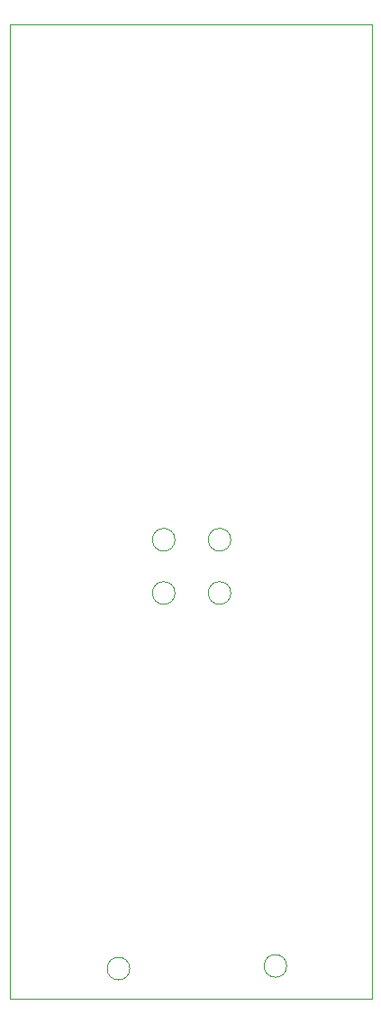
<source format=gm1>
%TF.GenerationSoftware,KiCad,Pcbnew,(6.0.5)*%
%TF.CreationDate,2022-06-27T00:11:20-04:00*%
%TF.ProjectId,sensor_node,73656e73-6f72-45f6-9e6f-64652e6b6963,rev?*%
%TF.SameCoordinates,Original*%
%TF.FileFunction,Profile,NP*%
%FSLAX46Y46*%
G04 Gerber Fmt 4.6, Leading zero omitted, Abs format (unit mm)*
G04 Created by KiCad (PCBNEW (6.0.5)) date 2022-06-27 00:11:20*
%MOMM*%
%LPD*%
G01*
G04 APERTURE LIST*
%TA.AperFunction,Profile*%
%ADD10C,0.100000*%
%TD*%
G04 APERTURE END LIST*
D10*
X139310660Y-147000000D02*
G75*
G03*
X139310660Y-147000000I-1060660J0D01*
G01*
X148810660Y-111750000D02*
G75*
G03*
X148810660Y-111750000I-1060660J0D01*
G01*
X143560660Y-111750000D02*
G75*
G03*
X143560660Y-111750000I-1060660J0D01*
G01*
X148810660Y-106750000D02*
G75*
G03*
X148810660Y-106750000I-1060660J0D01*
G01*
X154060660Y-146750000D02*
G75*
G03*
X154060660Y-146750000I-1060660J0D01*
G01*
X143560660Y-106750000D02*
G75*
G03*
X143560660Y-106750000I-1060660J0D01*
G01*
X128016000Y-58420000D02*
X162052000Y-58420000D01*
X162052000Y-58420000D02*
X162052000Y-149860000D01*
X162052000Y-149860000D02*
X128016000Y-149860000D01*
X128016000Y-149860000D02*
X128016000Y-58420000D01*
M02*

</source>
